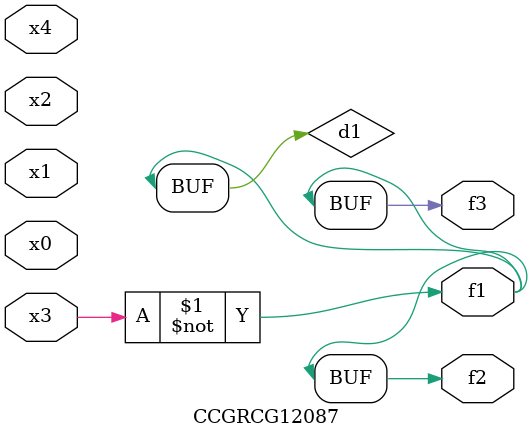
<source format=v>
module CCGRCG12087(
	input x0, x1, x2, x3, x4,
	output f1, f2, f3
);

	wire d1, d2;

	xnor (d1, x3);
	not (d2, x1);
	assign f1 = d1;
	assign f2 = d1;
	assign f3 = d1;
endmodule

</source>
